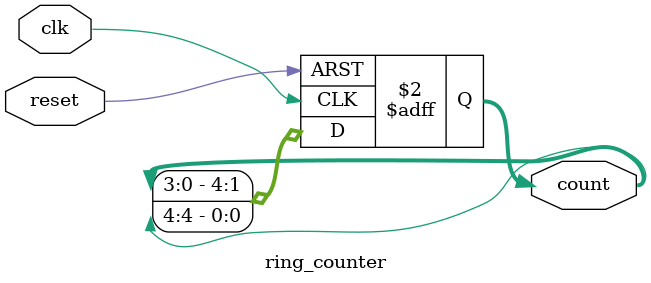
<source format=v>
module ring_counter(output reg [4:0] count, input clk,input reset);
    always @(posedge clk or posedge reset) begin
        if (reset)
            count <= 5'b00001; 
        else begin
            count <= {count[3:0], count[4]};
        end
    end
endmodule
</source>
